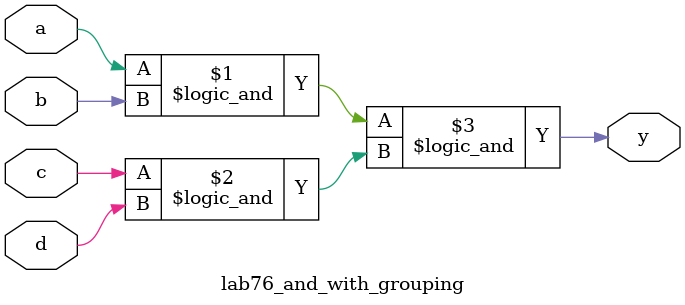
<source format=v>
`timescale 1ns / 1ps


module lab76_and_with_grouping(
                    input a, b, c, d, 
                    output y
    );
assign y = (a && b) && ( c && d);   
endmodule

</source>
